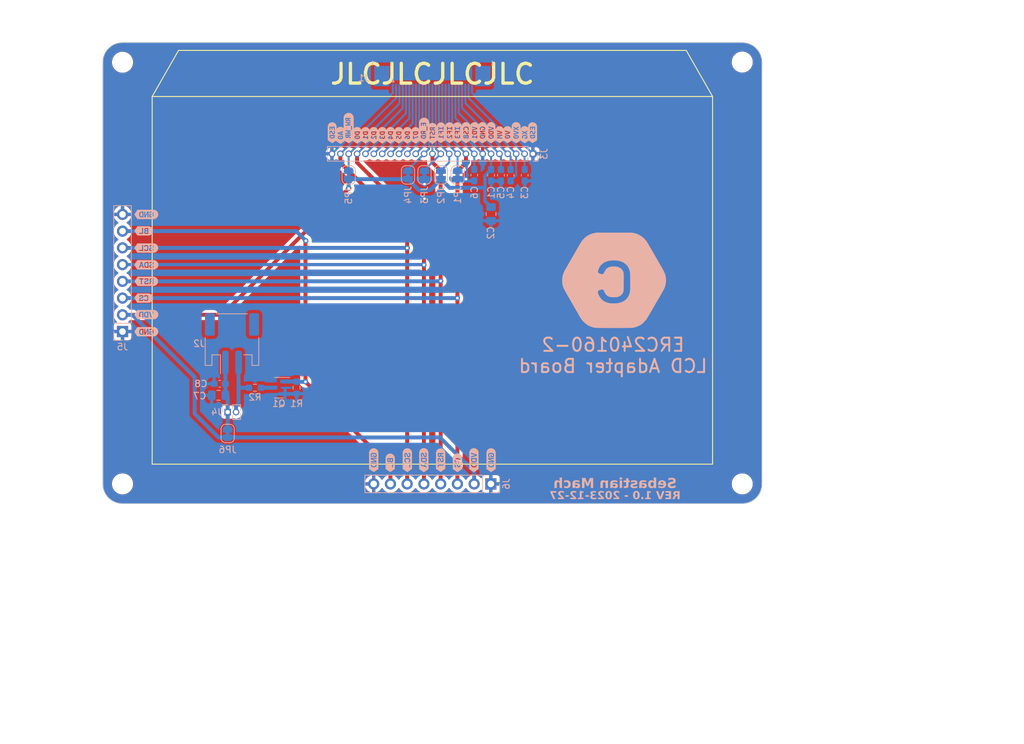
<source format=kicad_pcb>
(kicad_pcb (version 20221018) (generator pcbnew)
  (layers (0 "F.Cu" signal) (31 "B.Cu" signal) (34 "B.Paste" user) (35 "F.Paste" user) (36 "B.SilkS" user "B.Silkscreen") (37 "F.SilkS" user "F.Silkscreen") (38 "B.Mask" user) (39 "F.Mask" user) (44 "Edge.Cuts" user))
  (net 0 "")
  (net 1 "VDD")
  (net 2 "GND")
  (net 3 "XG")
  (net 4 "XV0")
  (net 5 "V0")
  (net 6 "VM")
  (net 7 "VD1")
  (net 8 "CSB")
  (net 9 "IF3")
  (net 10 "IF2")
  (net 11 "IF1")
  (net 12 "RST")
  (net 13 "E_RD")
  (net 14 "D7")
  (net 15 "D6")
  (net 16 "D5")
  (net 17 "D4")
  (net 18 "D3")
  (net 19 "D2")
  (net 20 "D1")
  (net 21 "D0")
  (net 22 "RW_WR")
  (net 23 "A0")
  (net 24 "BL_A")
  (net 25 "BL_K")
  (net 26 "BL_CTRL")
  (net 27 "/BL_K_SW")
  (footprint "MountingHole:MountingHole_2.7mm_M2.5_ISO7380" (layer "F.Cu") (at 95.5 114)
    (fp_text reference "H2" hide)
    (fp_text value "MountingHole" hide)
    (pad "" np_thru_hole circle (at 0 0) (size 2.7 2.7) (drill 2.7) (layers "*.Cu" "*.Mask"))
  )
  (footprint "MountingHole:MountingHole_2.7mm_M2.5_ISO7380" (layer "F.Cu") (at 189.5 114)
    (fp_text reference "H3" hide)
    (fp_text value "MountingHole" hide)
    (pad "" np_thru_hole circle (at 0 0) (size 2.7 2.7) (drill 2.7) (layers "*.Cu" "*.Mask"))
  )
  (footprint "MountingHole:MountingHole_2.7mm_M2.5_ISO7380" (layer "F.Cu") (at 95.5 50)
    (fp_text reference "H1" hide)
    (fp_text value "MountingHole" hide)
    (pad "" np_thru_hole circle (at 0 0) (size 2.7 2.7) (drill 2.7) (layers "*.Cu" "*.Mask"))
  )
  (footprint "MountingHole:MountingHole_2.7mm_M2.5_ISO7380" (layer "F.Cu") (at 189.5 49.9746)
    (fp_text reference "H4" hide)
    (fp_text value "MountingHole" hide)
    (pad "" np_thru_hole circle (at 0 0) (size 2.7 2.7) (drill 2.7) (layers "*.Cu" "*.Mask"))
  )
  (footprint "kibuzzard-658C9D2A" (layer "B.Cu") (at 138.7 61.1 -90)
    (fp_text reference "kibuzzard-658C9D2A" hide)
    (fp_text value "G***" hide)
  )
  (footprint "kibuzzard-658C9D6F" (layer "B.Cu") (at 155.2 60.7 -90)
    (fp_text reference "kibuzzard-658C9D6F" hide)
    (fp_text value "G***" hide)
  )
  (footprint "kibuzzard-658C9D17" (layer "B.Cu") (at 133.6 61.1 -90)
    (fp_text reference "kibuzzard-658C9D17" hide)
    (fp_text value "G***" hide)
  )
  (footprint "kibuzzard-658C9D2F" (layer "B.Cu") (at 139.95 61.1 -90)
    (fp_text reference "kibuzzard-658C9D2F" hide)
    (fp_text value "G***" hide)
  )
  (footprint "kibuzzard-658C9DA9" (layer "B.Cu") (at 157.7 60.7 -90)
    (fp_text reference "kibuzzard-658C9DA9" hide)
    (fp_text value "G***" hide)
  )
  (footprint "Capacitor_SMD:C_0805_2012Metric_Pad1.18x1.45mm_HandSolder" (layer "B.Cu") (at 110.0625 100.55 180)
    (fp_text reference "C7" (at 2.85 -0.1) (layer "B.SilkS") (effects (justify mirror)))
    (fp_text value "10u" hide)
    (pad "1" smd roundrect (at -1.0375 0 180) (size 1.175 1.45) (layers "B.Cu" "B.Paste" "B.Mask") (roundrect_rratio 0.2127659574) (net 24 "BL_A"))
    (pad "2" smd roundrect (at 1.0375 0 180) (size 1.175 1.45) (layers "B.Cu" "B.Paste" "B.Mask") (roundrect_rratio 0.2127659574) (net 2 "GND"))
  )
  (footprint "kibuzzard-658C9B67" (layer "B.Cu") (at 98.7 85.8 180)
    (fp_text reference "kibuzzard-658C9B67" hide)
    (fp_text value "G***" hide)
  )
  (footprint "kibuzzard-658C9D48" (layer "B.Cu") (at 146.3 60.7 -90)
    (fp_text reference "kibuzzard-658C9D48" hide)
    (fp_text value "G***" hide)
  )
  (footprint "kibuzzard-658C9D1B" (layer "B.Cu") (at 134.9 61.1 -90)
    (fp_text reference "kibuzzard-658C9D1B" hide)
    (fp_text value "G***" hide)
  )
  (footprint "LOGO" (layer "B.Cu") (at 170.05 85.126387 180)
    (fp_text reference "G***" hide)
    (fp_text value "LOGO" hide)
  )
  (footprint "Connector_JST:JST_PH_S2B-PH-SM4-TB_1x02-1MP_P2.00mm_Horizontal" (layer "B.Cu") (at 112.1 92.7)
    (fp_text reference "J2" (at -5 0 180) (layer "B.SilkS") (effects (justify mirror)))
    (fp_text value "Backlight")
    (pad "1" smd roundrect (at -1 2.85) (size 1 3.5) (layers "B.Cu" "B.Paste" "B.Mask") (net 24 "BL_A"))
    (pad "2" smd roundrect (at 1 2.85) (size 1 3.5) (layers "B.Cu" "B.Paste" "B.Mask") (net 25 "BL_K"))
    (pad "MP" smd roundrect (at -3.35 -2.9) (size 1.5 3.4) (layers "B.Cu" "B.Paste" "B.Mask") (roundrect_rratio 0.1666673333))
    (pad "MP" smd roundrect (at 3.35 -2.9) (size 1.5 3.4) (layers "B.Cu" "B.Paste" "B.Mask") (roundrect_rratio 0.1666673333))
  )
  (footprint "Connector_FFC-FPC:TE_2-1734839-5_1x25-1MP_P0.5mm_Horizontal" (layer "B.Cu") (at 142.5 52.45)
    (fp_text reference "J1" (at -10.4 -0.05) (layer "B.SilkS") (effects (justify mirror)))
    (fp_text value "LCD ERC240160XX-2")
    (pad "1" smd rect (at -6 1.35) (size 0.3 1.1) (layers "B.Cu" "B.Paste" "B.Mask") (net 2 "GND"))
    (pad "2" smd rect (at -5.5 1.35) (size 0.3 1.1) (layers "B.Cu" "B.Paste" "B.Mask") (net 23 "A0"))
    (pad "3" smd rect (at -5 1.35) (size 0.3 1.1) (layers "B.Cu" "B.Paste" "B.Mask") (net 22 "RW_WR"))
    (pad "4" smd rect (at -4.5 1.35) (size 0.3 1.1) (layers "B.Cu" "B.Paste" "B.Mask") (net 21 "D0"))
    (pad "5" smd rect (at -4 1.35) (size 0.3 1.1) (layers "B.Cu" "B.Paste" "B.Mask") (net 20 "D1"))
    (pad "6" smd rect (at -3.5 1.35) (size 0.3 1.1) (layers "B.Cu" "B.Paste" "B.Mask") (net 19 "D2"))
    (pad "7" smd rect (at -3 1.35) (size 0.3 1.1) (layers "B.Cu" "B.Paste" "B.Mask") (net 18 "D3"))
    (pad "8" smd rect (at -2.5 1.35) (size 0.3 1.1) (layers "B.Cu" "B.Paste" "B.Mask") (net 17 "D4"))
    (pad "9" smd rect (at -2 1.35) (size 0.3 1.1) (layers "B.Cu" "B.Paste" "B.Mask") (net 16 "D5"))
    (pad "10" smd rect (at -1.5 1.35) (size 0.3 1.1) (layers "B.Cu" "B.Paste" "B.Mask") (net 15 "D6"))
    (pad "11" smd rect (at -1 1.35) (size 0.3 1.1) (layers "B.Cu" "B.Paste" "B.Mask") (net 14 "D7"))
    (pad "12" smd rect (at -0.5 1.35) (size 0.3 1.1) (layers "B.Cu" "B.Paste" "B.Mask") (net 13 "E_RD"))
    (pad "13" smd rect (at 0 1.35) (size 0.3 1.1) (layers "B.Cu" "B.Paste" "B.Mask") (net 12 "RST"))
    (pad "14" smd rect (at 0.5 1.35) (size 0.3 1.1) (layers "B.Cu" "B.Paste" "B.Mask") (net 11 "IF1"))
    (pad "15" smd rect (at 1 1.35) (size 0.3 1.1) (layers "B.Cu" "B.Paste" "B.Mask") (net 10 "IF2"))
    (pad "16" smd rect (at 1.5 1.35) (size 0.3 1.1) (layers "B.Cu" "B.Paste" "B.Mask") (net 9 "IF3"))
    (pad "17" smd rect (at 2 1.35) (size 0.3 1.1) (layers "B.Cu" "B.Paste" "B.Mask") (net 8 "CSB"))
    (pad "18" smd rect (at 2.5 1.35) (size 0.3 1.1) (layers "B.Cu" "B.Paste" "B.Mask") (net 7 "VD1"))
    (pad "19" smd rect (at 3 1.35) (size 0.3 1.1) (layers "B.Cu" "B.Paste" "B.Mask") (net 2 "GND"))
    (pad "20" smd rect (at 3.5 1.35) (size 0.3 1.1) (layers "B.Cu" "B.Paste" "B.Mask") (net 1 "VDD"))
    (pad "21" smd rect (at 4 1.35) (size 0.3 1.1) (layers "B.Cu" "B.Paste" "B.Mask") (net 6 "VM"))
    (pad "22" smd rect (at 4.5 1.35) (size 0.3 1.1) (layers "B.Cu" "B.Paste" "B.Mask") (net 5 "V0"))
    (pad "23" smd rect (at 5 1.35) (size 0.3 1.1) (layers "B.Cu" "B.Paste" "B.Mask") (net 4 "XV0"))
    (pad "24" smd rect (at 5.5 1.35) (size 0.3 1.1) (layers "B.Cu" "B.Paste" "B.Mask") (net 3 "XG"))
    (pad "25" smd rect (at 6 1.35) (size 0.3 1.1) (layers "B.Cu" "B.Paste" "B.Mask") (net 2 "GND"))
    (pad "MP" smd rect (at -7.67 -0.35) (size 2.3 3.1) (layers "B.Cu" "B.Paste" "B.Mask"))
    (pad "MP" smd rect (at 7.67 -0.35) (size 2.3 3.1) (layers "B.Cu" "B.Paste" "B.Mask"))
  )
  (footprint "Resistor_SMD:R_0603_1608Metric_Pad0.98x0.95mm_HandSolder" (layer "B.Cu") (at 121.9 99.4 -90)
    (fp_text reference "R1" (at 2.4 0 -180) (layer "B.SilkS") (effects (justify mirror)))
    (fp_text value "10k" hide)
    (pad "1" smd roundrect (at -0.9125 0 270) (size 0.975 0.95) (layers "B.Cu" "B.Paste" "B.Mask") (net 26 "BL_CTRL"))
    (pad "2" smd roundrect (at 0.9125 0 270) (size 0.975 0.95) (layers "B.Cu" "B.Paste" "B.Mask") (net 2 "GND"))
  )
  (footprint "kibuzzard-658C9B5D" (layer "B.Cu") (at 141.2 110.4 -90)
    (fp_text reference "kibuzzard-658C9B5D" hide)
    (fp_text value "G***" hide)
  )
  (footprint "Resistor_SMD:R_0603_1608Metric_Pad0.98x0.95mm_HandSolder" (layer "B.Cu") (at 115.5875 99.4)
    (fp_text reference "R2" (at 0 1.43) (layer "B.SilkS") (effects (justify mirror)))
    (fp_text value "20" hide)
    (pad "1" smd roundrect (at -0.9125 0) (size 0.975 0.95) (layers "B.Cu" "B.Paste" "B.Mask") (net 25 "BL_K"))
    (pad "2" smd roundrect (at 0.9125 0) (size 0.975 0.95) (layers "B.Cu" "B.Paste" "B.Mask") (net 27 "/BL_K_SW"))
  )
  (footprint "kibuzzard-658C9D6A" (layer "B.Cu") (at 153.9 61 -90)
    (fp_text reference "kibuzzard-658C9D6A" hide)
    (fp_text value "G***" hide)
  )
  (footprint "Connector_PinHeader_1.27mm:PinHeader_1x25_P1.27mm_Vertical" (layer "B.Cu") (at 157.75 63.9 90)
    (fp_text reference "J3" (at 0 1.695 90) (layer "B.SilkS") (effects (justify mirror)))
    (fp_text value "LCD Debug" hide)
    (pad "1" thru_hole rect (at 0 0 90) (size 1 1) (drill 0.65) (layers "*.Cu" "*.Mask") (net 2 "GND"))
    (pad "2" thru_hole oval (at 0 -1.27 90) (size 1 1) (drill 0.65) (layers "*.Cu" "*.Mask") (net 3 "XG"))
    (pad "3" thru_hole oval (at 0 -2.54 90) (size 1 1) (drill 0.65) (layers "*.Cu" "*.Mask") (net 4 "XV0"))
    (pad "4" thru_hole oval (at 0 -3.81 90) (size 1 1) (drill 0.65) (layers "*.Cu" "*.Mask") (net 5 "V0"))
    (pad "5" thru_hole oval (at 0 -5.08 90) (size 1 1) (drill 0.65) (layers "*.Cu" "*.Mask") (net 6 "VM"))
    (pad "6" thru_hole oval (at 0 -6.35 90) (size 1 1) (drill 0.65) (layers "*.Cu" "*.Mask") (net 1 "VDD"))
    (pad "7" thru_hole oval (at 0 -7.62 90) (size 1 1) (drill 0.65) (layers "*.Cu" "*.Mask") (net 2 "GND"))
    (pad "8" thru_hole oval (at 0 -8.89 90) (size 1 1) (drill 0.65) (layers "*.Cu" "*.Mask") (net 7 "VD1"))
    (pad "9" thru_hole oval (at 0 -10.16 90) (size 1 1) (drill 0.65) (layers "*.Cu" "*.Mask") (net 8 "CSB"))
    (pad "10" thru_hole oval (at 0 -11.43 90) (size 1 1) (drill 0.65) (layers "*.Cu" "*.Mask") (net 9 "IF3"))
    (pad "11" thru_hole oval (at 0 -12.7 90) (size 1 1) (drill 0.65) (layers "*.Cu" "*.Mask") (net 10 "IF2"))
    (pad "12" thru_hole oval (at 0 -13.97 90) (size 1 1) (drill 0.65) (layers "*.Cu" "*.Mask") (net 11 "IF1"))
    (pad "13" thru_hole oval (at 0 -15.24 90) (size 1 1) (drill 0.65) (layers "*.Cu" "*.Mask") (net 12 "RST"))
    (pad "14" thru_hole oval (at 0 -16.51 90) (size 1 1) (drill 0.65) (layers "*.Cu" "*.Mask") (net 13 "E_RD"))
    (pad "15" thru_hole oval (at 0 -17.78 90) (size 1 1) (drill 0.65) (layers "*.Cu" "*.Mask") (net 14 "D7"))
    (pad "16" thru_hole oval (at 0 -19.05 90) (size 1 1) (drill 0.65) (layers "*.Cu" "*.Mask") (net 15 "D6"))
    (pad "17" thru_hole oval (at 0 -20.32 90) (size 1 1) (drill 0.65) (layers "*.Cu" "*.Mask") (net 16 "D5"))
    (pad "18" thru_hole oval (at 0 -21.59 90) (size 1 1) (drill 0.65) (layers "*.Cu" "*.Mask") (net 17 "D4"))
    (pad "19" thru_hole oval (at 0 -22.86 90) (size 1 1) (drill 0.65) (layers "*.Cu" "*.Mask") (net 18 "D3"))
    (pad "20" thru_hole oval (at 0 -24.13 90) (size 1 1) (drill 0.65) (layers "*.Cu" "*.Mask") (net 19 "D2"))
    (pad "21" thru_hole oval (at 0 -25.4 90) (size 1 1) (drill 0.65) (layers "*.Cu" "*.Mask") (net 20 "D1"))
    (pad "22" thru_hole oval (at 0 -26.67 90) (size 1 1) (drill 0.65) (layers "*.Cu" "*.Mask") (net 21 "D0"))
    (pad "23" thru_hole oval (at 0 -27.94 90) (size 1 1) (drill 0.65) (layers "*.Cu" "*.Mask") (net 22 "RW_WR"))
    (pad "24" thru_hole oval (at 0 -29.21 90) (size 1 1) (drill 0.65) (layers "*.Cu" "*.Mask") (net 23 "A0"))
    (pad "25" thru_hole oval (at 0 -30.48 90) (size 1 1) (drill 0.65) (layers "*.Cu" "*.Mask") (net 2 "GND"))
  )
  (footprint "Connector_PinHeader_2.54mm:PinHeader_1x08_P2.54mm_Vertical" (layer "B.Cu") (at 95.5 90.875)
    (fp_text reference "J5" (at 0 2.33) (layer "B.SilkS") (effects (justify mirror)))
    (fp_text value "Left" hide)
    (pad "1" thru_hole rect (at 0 0) (size 1.7 1.7) (drill 1) (layers "*.Cu" "*.Mask") (net 2 "GND"))
    (pad "2" thru_hole oval (at 0 -2.54) (size 1.7 1.7) (drill 1) (layers "*.Cu" "*.Mask") (net 1 "VDD"))
    (pad "3" thru_hole oval (at 0 -5.08) (size 1.7 1.7) (drill 1) (layers "*.Cu" "*.Mask") (net 8 "CSB"))
    (pad "4" thru_hole oval (at 0 -7.62) (size 1.7 1.7) (drill 1) (layers "*.Cu" "*.Mask") (net 12 "RST"))
    (pad "5" thru_hole oval (at 0 -10.16) (size 1.7 1.7) (drill 1) (layers "*.Cu" "*.Mask") (net 21 "D0"))
    (pad "6" thru_hole oval (at 0 -12.7) (size 1.7 1.7) (drill 1) (layers "*.Cu" "*.Mask") (net 23 "A0"))
    (pad "7" thru_hole oval (at 0 -15.24) (size 1.7 1.7) (drill 1) (layers "*.Cu" "*.Mask") (net 26 "BL_CTRL"))
    (pad "8" thru_hole oval (at 0 -17.78) (size 1.7 1.7) (drill 1) (layers "*.Cu" "*.Mask") (net 2 "GND"))
  )
  (footprint "Jumper:SolderJumper-2_P1.3mm_Bridged_RoundedPad1.0x1.5mm" (layer "B.Cu") (at 146.325 67.1 90)
    (fp_text reference "JP1" (at -3.05 0 90) (layer "B.SilkS") (effects (justify mirror)))
    (fp_text value "JP_IF3" hide)
    (fp_poly (pts (xy 0.25 0.3) (xy -0.25 0.3) (xy -0.25 -0.3) (xy 0.25 -0.3)) (fill solid) (layer "B.Cu"))
    (pad "1" smd custom (at -0.65 0 90) (size 1 0.5) (layers "B.Cu" "B.Mask") (net 2 "GND") (options (clearance outline) (anchor rect)) (primitives (gr_circle (center 0 -0.25) (end 0.5 -0.25) (width 0) (fill yes)) (gr_circle (center 0 0.25) (end 0.5 0.25) (width 0) (fill yes)) (gr_poly (pts (xy 0.5 -0.75) (xy 0 -0.75) (xy 0 0.75) (xy 0.5 0.75)) (width 0) (fill yes))))
    (pad "2" smd custom (at 0.65 0 90) (size 1 0.5) (layers "B.Cu" "B.Mask") (net 9 "IF3") (options (clearance outline) (anchor rect)) (primitives (gr_circle (center 0 -0.25) (end 0.5 -0.25) (width 0) (fill yes)) (gr_circle (center 0 0.25) (end 0.5 0.25) (width 0) (fill yes)) (gr_poly (pts (xy 0 -0.75) (xy -0.5 -0.75) (xy -0.5 0.75) (xy 0 0.75)) (width 0) (fill yes))))
  )
  (footprint "kibuzzard-658C9B6D" (layer "B.Cu") (at 138.7 110.4 -90)
    (fp_text reference "kibuzzard-658C9B6D" hide)
    (fp_text value "G***" hide)
  )
  (footprint "Capacitor_SMD:C_0603_1608Metric_Pad1.08x0.95mm_HandSolder" (layer "B.Cu") (at 151.4 67.15 -90)
    (fp_text reference "C1" (at 2.625 -0.025 90) (layer "B.SilkS") (effects (justify mirror)))
    (fp_text value "0.1u" hide)
    (pad "1" smd roundrect (at -0.8625 0 270) (size 1.075 0.95) (layers "B.Cu" "B.Paste" "B.Mask") (net 1 "VDD"))
    (pad "2" smd roundrect (at 0.8625 0 270) (size 1.075 0.95) (layers "B.Cu" "B.Paste" "B.Mask") (net 2 "GND"))
  )
  (footprint "kibuzzard-658C9D26" (layer "B.Cu") (at 137.4 61.1 -90)
    (fp_text reference "kibuzzard-658C9D26" hide)
    (fp_text value "G***" hide)
  )
  (footprint "kibuzzard-658C9D60" (layer "B.Cu") (at 151.4 60.7 -90)
    (fp_text reference "kibuzzard-658C9D60" hide)
    (fp_text value "G***" hide)
  )
  (footprint "Capacitor_SMD:C_0603_1608Metric_Pad1.08x0.95mm_HandSolder" (layer "B.Cu") (at 148.85 67.125 -90)
    (fp_text reference "C6" (at 2.65 -0.025 90) (layer "B.SilkS") (effects (justify mirror)))
    (fp_text value "0.1u" hide)
    (pad "1" smd roundrect (at -0.8625 0 270) (size 1.075 0.95) (layers "B.Cu" "B.Paste" "B.Mask") (net 7 "VD1"))
    (pad "2" smd roundrect (at 0.8625 0 270) (size 1.075 0.95) (layers "B.Cu" "B.Paste" "B.Mask") (net 2 "GND"))
  )
  (footprint "Capacitor_SMD:C_0805_2012Metric_Pad1.18x1.45mm_HandSolder" (layer "B.Cu") (at 151.4 73.025 -90)
    (fp_text reference "C2" (at 2.875 0.05 90) (layer "B.SilkS") (effects (justify mirror)))
    (fp_text value "10u" hide)
    (pad "1" smd roundrect (at -1.0375 0 270) (size 1.175 1.45) (layers "B.Cu" "B.Paste" "B.Mask") (roundrect_rratio 0.2127659574) (net 1 "VDD"))
    (pad "2" smd roundrect (at 1.0375 0 270) (size 1.175 1.45) (layers "B.Cu" "B.Paste" "B.Mask") (roundrect_rratio 0.2127659574) (net 2 "GND"))
  )
  (footprint "kibuzzard-658C9B71" (layer "B.Cu") (at 99.1 88.3 180)
    (fp_text reference "kibuzzard-658C9B71" hide)
    (fp_text value "G***" hide)
  )
  (footprint "kibuzzard-658C9B20" (layer "B.Cu") (at 99.1 90.9 180)
    (fp_text reference "kibuzzard-658C9B20" hide)
    (fp_text value "G***" hide)
  )
  (footprint "kibuzzard-658C9D34" (layer "B.Cu") (at 141.25 60.4 -90)
    (fp_text reference "kibuzzard-658C9D34" hide)
    (fp_text value "G***" hide)
  )
  (footprint "kibuzzard-658C9D76" (layer "B.Cu") (at 156.5 61 -90)
    (fp_text reference "kibuzzard-658C9D76" hide)
    (fp_text value "G***" hide)
  )
  (footprint "Capacitor_SMD:C_0603_1608Metric_Pad1.08x0.95mm_HandSolder" (layer "B.Cu") (at 156.5 67.15 -90)
    (fp_text reference "C3" (at 2.625 0 90) (layer "B.SilkS") (effects (justify mirror)))
    (fp_text value "1u" hide)
    (pad "1" smd roundrect (at -0.8625 0 270) (size 1.075 0.95) (layers "B.Cu" "B.Paste" "B.Mask") (net 3 "XG"))
    (pad "2" smd roundrect (at 0.8625 0 270) (size 1.075 0.95) (layers "B.Cu" "B.Paste" "B.Mask") (net 2 "GND"))
  )
  (footprint "kibuzzard-658C9B6D" (layer "B.Cu") (at 99.1 78.2 180)
    (fp_text reference "kibuzzard-658C9B6D" hide)
    (fp_text value "G***" hide)
  )
  (footprint "Connector_PinHeader_2.54mm:PinHeader_1x08_P2.54mm_Vertical" (layer "B.Cu") (at 151.375 114 90)
    (fp_text reference "J6" (at 0 2.33 90) (layer "B.SilkS") (effects (justify mirror)))
    (fp_text value "Bottom" hide)
    (pad "1" thru_hole rect (at 0 0 90) (size 1.7 1.7) (drill 1) (layers "*.Cu" "*.Mask") (net 2 "GND"))
    (pad "2" thru_hole oval (at 0 -2.54 90) (size 1.7 1.7) (drill 1) (layers "*.Cu" "*.Mask") (net 1 "VDD"))
    (pad "3" thru_hole oval (at 0 -5.08 90) (size 1.7 1.7) (drill 1) (layers "*.Cu" "*.Mask") (net 8 "CSB"))
    (pad "4" thru_hole oval (at 0 -7.62 90) (size 1.7 1.7) (drill 1) (layers "*.Cu" "*.Mask") (net 12 "RST"))
    (pad "5" thru_hole oval (at 0 -10.16 90) (size 1.7 1.7) (drill 1) (layers "*.Cu" "*.Mask") (net 21 "D0"))
    (pad "6" thru_hole oval (at 0 -12.7 90) (size 1.7 1.7) (drill 1) (layers "*.Cu" "*.Mask") (net 23 "A0"))
    (pad "7" thru_hole oval (at 0 -15.24 90) (size 1.7 1.7) (drill 1) (layers "*.Cu" "*.Mask") (net 26 "BL_CTRL"))
    (pad "8" thru_hole oval (at 0 -17.78 90) (size 1.7 1.7) (drill 1) (layers "*.Cu" "*.Mask") (net 2 "GND"))
  )
  (footprint "kibuzzard-658C9D14" (layer "B.Cu") (at 132.35 61.1 -90)
    (fp_text reference "kibuzzard-658C9D14" hide)
    (fp_text value "G***" hide)
  )
  (footprint "kibuzzard-658C9D39" (layer "B.Cu") (at 142.5 60.8 -90)
    (fp_text reference "kibuzzard-658C9D39" hide)
    (fp_text value "G***" hide)
  )
  (footprint "Jumper:SolderJumper-2_P1.3mm_Bridged_RoundedPad1.0x1.5mm" (layer "B.Cu") (at 138.8 67.1 90)
    (fp_text reference "JP4" (at -3.05 0 90) (layer "B.SilkS") (effects (justify mirror)))
    (fp_text value "JP_E_RD" hide)
    (fp_poly (pts (xy 0.25 0.3) (xy -0.25 0.3) (xy -0.25 -0.3) (xy 0.25 -0.3)) (fill solid) (layer "B.Cu"))
    (pad "1" smd custom (at -0.65 0 90) (size 1 0.5) (layers "B.Cu" "B.Mask") (net 1 "VDD") (options (clearance outline) (anchor rect)) (primitives (gr_circle (center 0 -0.25) (end 0.5 -0.25) (width 0) (fill yes)) (gr_circle (center 0 0.25) (end 0.5 0.25) (width 0) (fill yes)) (gr_poly (pts (xy 0.5 -0.75) (xy 0 -0.75) (xy 0 0.75) (xy 0.5 0.75)) (width 0) (fill yes))))
    (pad "2" smd custom (at 0.65 0 90) (size 1 0.5) (layers "B.Cu" "B.Mask") (net 13 "E_RD") (options (clearance outline) (anchor rect)) (primitives (gr_circle (center 0 -0.25) (end 0.5 -0.25) (width 0) (fill yes)) (gr_circle (center 0 0.25) (end 0.5 0.25) (width 0) (fill yes)) (gr_poly (pts (xy 0 -0.75) (xy -0.5 -0.75) (xy -0.5 0.75) (xy 0 0.75)) (width 0) (fill yes))))
  )
  (footprint "Jumper:SolderJumper-2_P1.3mm_Bridged_RoundedPad1.0x1.5mm" (layer "B.Cu") (at 143.8 67.1 90)
    (fp_text reference "JP2" (at -3.05 0 90) (layer "B.SilkS") (effects (justify mirror)))
    (fp_text value "JP_IF2" hide)
    (fp_poly (pts (xy 0.25 0.3) (xy -0.25 0.3) (xy -0.25 -0.3) (xy 0.25 -0.3)) (fill solid) (layer "B.Cu"))
    (pad "1" smd custom (at -0.65 0 90) (size 1 0.5) (layers "B.Cu" "B.Mask") (net 1 "VDD") (options (clearance outline) (anchor rect)) (primitives (gr_circle (center 0 -0.25) (end 0.5 -0.25) (width 0) (fill yes)) (gr_circle (center 0 0.25) (end 0.5 0.25) (width 0) (fill yes)) (gr_poly (pts (xy 0.5 -0.75) (xy 0 -0.75) (xy 0 0.75) (xy 0.5 0.75)) (width 0) (fill yes))))
    (pad "2" smd custom (at 0.65 0 90) (size 1 0.5) (layers "B.Cu" "B.Mask") (net 10 "IF2") (options (clearance outline) (anchor rect)) (primitives (gr_circle (center 0 -0.25) (end 0.5 -0.25) (width 0) (fill yes)) (gr_circle (center 0 0.25) (end 0.5 0.25) (width 0) (fill yes)) (gr_poly (pts (xy 0 -0.75) (xy -0.5 -0.75) (xy -0.5 0.75) (xy 0 0.75)) (width 0) (fill yes))))
  )
  (footprint "Jumper:SolderJumper-2_P1.3mm_Bridged_RoundedPad1.0x1.5mm" (layer "B.Cu") (at 141.3 67.1 90)
    (fp_text reference "JP3" (at -3.05 0 90) (layer "B.SilkS") (effects (justify mirror)))
    (fp_text value "JP_IF1" hide)
    (fp_poly (pts (xy 0.25 0.3) (xy -0.25 0.3) (xy -0.25 -0.3) (xy 0.25 -0.3)) (fill solid) (layer "B.Cu"))
    (pad "1" smd custom (at -0.65 0 90) (size 1 0.5) (layers "B.Cu" "B.Mask") (net 2 "GND") (options (clearance outline) (anchor rect)) (primitives (gr_circle (center 0 -0.25) (end 0.5 -0.25) (width 0) (fill yes)) (gr_circle (center 0 0.25) (end 0.5 0.25) (width 0) (fill yes)) (gr_poly (pts (xy 0.5 -0.75) (xy 0 -0.75) (xy 0 0.75) (xy 0.5 0.75)) (width 0) (fill yes))))
    (pad "2" smd custom (at 0.65 0 90) (size 1 0.5) (layers "B.Cu" "B.Mask") (net 11 "IF1") (options (clearance outline) (anchor rect)) (primitives (gr_circle (center 0 -0.25) (end 0.5 -0.25) (width 0) (fill yes)) (gr_circle (center 0 0.25) (end 0.5 0.25) (width 0) (fill yes)) (gr_poly (pts (xy 0 -0.75) (xy -0.5 -0.75) (xy -0.5 0.75) (xy 0 0.75)) (width 0) (fill yes))))
  )
  (footprint "Package_TO_SOT_SMD:SOT-23" (layer "B.Cu") (at 119.2 99.4 180)
    (fp_text reference "Q1" (at 0 -2.4) (layer "B.SilkS") (effects (justify mirror)))
    (fp_text value "2N7002" hide)
    (pad "1" smd roundrect (at -0.9375 0.95 180) (size 1.475 0.6) (layers "B.Cu" "B.Paste" "B.Mask") (net 26 "BL_CTRL"))
    (pad "2" smd roundrect (at -0.9375 -0.95 180) (size 1.475 0.6) (layers "B.Cu" "B.Paste" "B.Mask") (net 2 "GND"))
    (pad "3" smd roundrect (at 0.9375 0 180) (size 1.475 0.6) (layers "B.Cu" "B.Paste" "B.Mask") (net 27 "/BL_K_SW"))
  )
  (footprint "kibuzzard-658C9B55" (layer "B.Cu") (at 99.1 83.25 180)
    (fp_text reference "kibuzzard-658C9B55" hide)
    (fp_text value "G***" hide)
  )
  (footprint "Jumper:SolderJumper-2_P1.3mm_Bridged_RoundedPad1.0x1.5mm" (layer "B.Cu") (at 111.45 106.35 90)
    (fp_text reference "JP6" (at -2.45 0 180) (layer "B.SilkS") (effects (justify mirror)))
    (fp_text value "JP_RW_WR" hide)
    (fp_poly (pts (xy 0.25 0.3) (xy -0.25 0.3) (xy -0.25 -0.3) (xy 0.25 -0.3)) (fill solid) (layer "B.Cu"))
    (pad "1" smd custom (at -0.65 0 90) (size 1 0.5) (layers "B.Cu" "B.Mask") (net 1 "VDD") (options (clearance outline) (anchor rect)) (primitives (gr_circle (center 0 -0.25) (end 0.5 -0.25) (width 0) (fill yes)) (gr_circle (center 0 0.25) (end 0.5 0.25) (width 0) (fill yes)) (gr_poly (pts (xy 0.5 -0.75) (xy 0 -0.75) (xy 0 0.75) (xy 0.5 0.75)) (width 0) (fill yes))))
    (pad "2" smd custom (at 0.65 0 90) (size 1 0.5) (layers "B.Cu" "B.Mask") (net 24 "BL_A") (options (clearance outline) (anchor rect)) (primitives (gr_circle (center 0 -0.25) (end 0.5 -0.25) (width 0) (fill yes)) (gr_circle (center 0 0.25) (end 0.5 0.25) (width 0) (fill yes)) (gr_poly (pts (xy 0 -0.75) (xy -0.5 -0.75) (xy -0.5 0.75) (xy 0 0.75)) (width 0) (fill yes))))
  )
  (footprint "Jumper:SolderJumper-2_P1.3mm_Bridged_RoundedPad1.0x1.5mm" (layer "B.Cu") (at 129.8 67.1 90)
    (fp_text reference "JP5" (at -3.1 0 90) (layer "B.SilkS") (effects (justify mirror)))
    (fp_text value "JP_RW_WR" hide)
    (fp_poly (pts (xy 0.25 0.3) (xy -0.25 0.3) (xy -0.25 -0.3) (xy 0.25 -0.3)) (fill solid) (layer "B.Cu"))
    (pad "1" smd custom (at -0.65 0 90) (size 1 0.5) (layers "B.Cu" "B.Mask") (net 1 "VDD") (options (clearance outline) (anchor rect)) (primitives (gr_circle (center 0 -0.25) (end 0.5 -0.25) (width 0) (fill yes)) (gr_circle (center 0 0.25) (end 0.5 0.25) (width 0) (fill yes)) (gr_poly (pts (xy 0.5 -0.75) (xy 0 -0.75) (xy 0 0.75) (xy 0.5 0.75)) (width 0) (fill yes))))
    (pad "2" smd custom (at 0.65 0 90) (size 1 0.5) (layers "B.Cu" "B.Mask") (net 22 "RW_WR") (options (clearance outline) (anchor rect)) (primitives (gr_circle (center 0 -0.25) (end 0.5 -0.25) (width 0) (fill yes)) (gr_circle (center 0 0.25) (end 0.5 0.25) (width 0) (fill yes)) (gr_poly (pts (xy 0 -0.75) (xy -0.5 -0.75) (xy -0.5 0.75) (xy 0 0.75)) (width 0) (fill yes))))
  )
  (footprint "kibuzzard-658C9D0B" (layer "B.Cu") (at 129.8 60 -90)
    (fp_text reference "kibuzzard-658C9D0B" hide)
    (fp_text value "G***" hide)
  )
  (footprint "kibuzzard-658C9B55" (layer "B.Cu") (at 143.75 110.4 -90)
    (fp_text reference "kibuzzard-658C9B55" hide)
    (fp_text value "G***" hide)
  )
  (footprint "kibuzzard-658C9D3E" (layer "B.Cu") (at 143.8 60.7 -90)
    (fp_text reference "kibuzzard-658C9D3E" hide)
    (fp_text value "G***" hide)
  )
  (footprint "Capacitor_SMD:C_0603_1608Metric_Pad1.08x0.95mm_HandSolder" (layer "B.Cu") (at 152.9 67.15 -90)
    (fp_text reference "C5" (at 2.625 0 90) (layer "B.SilkS") (effects (justify mirror)))
    (fp_text value "1u" hide)
    (pad "1" smd roundrect (at -0.8625 0 270) (size 1.075 0.95) (layers "B.Cu" "B.Paste" "B.Mask") (net 6 "VM"))
    (pad "2" smd roundrect (at 0.8625 0 270) (size 1.075 0.95) (layers "B.Cu" "B.Paste" "B.Mask") (net 2 "GND"))
  )
  (footprint "Capacitor_SMD:C_0603_1608Metric_Pad1.08x0.95mm_HandSolder" (layer "B.Cu") (at 110.2375 98.8 180)
    (fp_text reference "C8" (at 2.85 0) (layer "B.SilkS") (effects (justify mirror)))
    (fp_text value "0.1u" hide)
    (pad "1" smd roundrect (at -0.8625 0 180) (size 1.075 0.95) (layers "B.Cu" "B.Paste" "B.Mask") (net 24 "BL_A"))
    (pad "2" smd roundrect (at 0.8625 0 180) (size 1.075 0.95) (layers "B.Cu" "B.Paste" "B.Mask") (net 2 "GND"))
  )
  (footprint "kibuzzard-658C9B20" (layer "B.Cu") (at 99.1 73.1 180)
    (fp_text reference "kibuzzard-658C9B20" hide)
    (fp_text value "G***" hide)
  )
  (footprint "kibuzzard-658C9B5D" (layer "B.Cu") (at 99.1 80.75 180)
    (fp_text reference "kibuzzard-658C9B5D" hide)
    (fp_text value "G***" hide)
  )
  (footprint "kibuzzard-658C9DA4" (layer "B.Cu") (at 127.3 60.7 -90)
    (fp_text reference "kibuzzard-658C9DA4" hide)
    (fp_text value "G***" hide)
  )
  (footprint "kibuzzard-658C9D05" (layer "B.Cu") (at 128.55 61.1 -90)
    (fp_text reference "kibuzzard-658C9D05" hide)
    (fp_text value "G***" hide)
  )
  (footprint "kibuzzard-658C9B71" (layer "B.Cu") (at 148.8 110.4 -90)
    (fp_text reference "kibuzzard-658C9B71" hide)
    (fp_text value "G***" hide)
  )
  (footprint "kibuzzard-658C9D10" (layer "B.Cu") (at 131.1 61.1 -90)
    (fp_text reference "kibuzzard-658C9D10" hide)
    (fp_text value "G***" hide)
  )
  (footprint "kibuzzard-658C9D52" (layer "B.Cu") (at 147.6 60.7 -90)
    (fp_text reference "kibuzzard-658C9D52" hide)
    (fp_text value "G***" hide)
  )
  (footprint "kibuzzard-658C9B20" (layer "B.Cu") (at 133.6 110.4 -90)
    (fp_text reference "kibuzzard-658C9B20" hide)
    (fp_text value "G***" hide)
  )
  (footprint "kibuzzard-658C9B93" (layer "B.Cu") (at 98.7 75.6 180)
    (fp_text reference "kibuzzard-658C9B93" hide)
    (fp_text value "G***" hide)
  )
  (footprint "kibuzzard-658C9B67" (layer "B.Cu") (at 146.3 110.8 -90)
    (fp_text reference "kibuzzard-658C9B67" hide)
    (fp_text value "G***" hide)
  )
  (footprint "kibuzzard-658C9D64" (layer "B.Cu") (at 152.7 61 -90)
    (fp_text reference "kibuzzard-658C9D64" hide)
    (fp_text value "G***" hide)
  )
  (footprint "kibuzzard-658C9D44" (layer "B.Cu") (at 145.1 60.7 -90)
    (fp_text reference "kibuzzard-658C9D44" hide)
    (fp_text value "G***" hide)
  )
  (footprint "kibuzzard-658C9B20" (layer "B.Cu") (at 151.4 110.4 -90)
    (fp_text reference "kibuzzard-658C9B20" hide)
    (fp_text value "G***" hide)
  )
  (footprint "Connector_PinHeader_1.27mm:PinHeader_1x02_P1.27mm_Vertical" (layer "B.Cu") (at 111.45 103.1 -90)
    (fp_text reference "J4" (at 0 1.65) (layer "B.SilkS") (effects (justify mirror)))
    (fp_text value "Backlight Debug" hide)
    (pad "1" thru_hole rect (at 0 0 270) (size 1 1) (drill 0.65) (layers "*.Cu" "*.Mask") (net 24 "BL_A"))
    (pad "2" thru_hole oval (at 0 -1.27 270) (size 1 1) (drill 0.65) (layers "*.Cu" "*.Mask") (net 25 "BL_K"))
  )
  (footprint "Capacitor_SMD:C_0603_1608Metric_Pad1.08x0.95mm_HandSolder" (layer "B.Cu") (at 154.375 67.15 90)
    (fp_text reference "C4" (at -2.625 0 90) (layer "B.SilkS") (effects (justify mirror)))
    (fp_text value "1u" hide)
    (pad "1" smd roundrect (at -0.8625 0 90) (size 1.075 0.95) (layers "B.Cu" "B.Paste" "B.Mask") (net 4 "XV0"))
    (pad "2" smd roundrect (at 0.8625 0 90) (size 1.075 0.95) (layers "B.Cu" "B.Paste" "B.Mask") (net 5 "V0"))
  )
  (footprint "kibuzzard-658C9D5A" (layer "B.Cu") (at 148.9 60.7 -90)
    (fp_text reference "kibuzzard-658C9D5A" hide)
    (fp_text value "G***" hide)
  )
  (footprint "kibuzzard-658C9CD2" (layer "B.Cu") (at 150.1 60.7 -90)
    (fp_text reference "kibuzzard-658C9CD2" hide)
    (fp_text value "G***" hide)
  )
  (footprint "kibuzzard-658C9D20" (layer "B.Cu") (at 136.15 61.1 -90)
    (fp_text reference "kibuzzard-658C9D20" hide)
    (fp_text value "G***" hide)
  )
  (footprint "kibuzzard-658C9B93" (layer "B.Cu") (at 136.1 110.8 -90)
    (fp_text reference "kibuzzard-658C9B93" hide)
    (fp_text value "G***" hide)
  )
  (gr_line (start 100 55.2) (end 100 111) (stroke (width 0.15)) (layer "F.SilkS"))
  (gr_line (start 104 48.2) (end 100 55.2) (stroke (width 0.15)) (layer "F.SilkS"))
  (gr_line (start 185 111) (end 185 55.2) (stroke (width 0.15)) (layer "F.SilkS"))
  (gr_line (start 100 111) (end 185 111) (stroke (width 0.15)) (layer "F.SilkS"))
  (gr_line (start 104 48.2) (end 181 48.2) (stroke (width 0.15)) (layer "F.SilkS"))
  (gr_line (start 185 55.2) (end 181 48.2) (stroke (width 0.15)) (layer "F.SilkS"))
  (gr_line (start 100 55.2) (end 185 55.2) (stroke (width 0.15)) (layer "F.SilkS"))
  (gr_line (start 92.5 50) (end 92.5 114) (stroke (width 0.1)) (layer "Edge.Cuts"))
  (gr_arc (start 189.5 47) (mid 191.62132 47.87868) (end 192.5 50) (stroke (width 0.1)) (layer "Edge.Cuts"))
  (gr_arc (start 192.5 114) (mid 191.62132 116.12132) (end 189.5 117) (stroke (width 0.1)) (layer "Edge.Cuts"))
  (gr_line (start 189.5 117) (end 95.5 117) (stroke (width 0.1)) (layer "Edge.Cuts"))
  (gr_arc (start 92.5 50) (mid 93.37868 47.87868) (end 95.5 47) (stroke (width 0.1)) (layer "Edge.Cuts"))
  (gr_line (start 192.5 50) (end 192.5 114) (stroke (width 0.1)) (layer "Edge.Cuts"))
  (gr_line (start 189.5 47) (end 95.5 47) (stroke (width 0.1)) (layer "Edge.Cuts"))
  (gr_arc (start 95.5 117) (mid 93.37868 116.12132) (end 92.5 114) (stroke (width 0.1)) (layer "Edge.Cuts"))
  (gr_text "Sebastian Mach" (at 170.2 114) (layer "B.SilkS") (effects (font (size 1.5 1.5) (thickness 0.24) bold) (justify mirror)))
  (gr_text "ERC240160-2\nLCD Adapter Board" (at 169.9 94.5) (layer "B.SilkS") (effects (font (size 2 2) (thickness 0.3)) (justify mirror)))
  (gr_text "REV 1.0 - 2023-12-27" (at 170.2 115.815) (layer "B.SilkS") (effects (font (size 1.2 1.2)) (justify mirror)))
  (gr_text "JLCJLCJLCJLC" (at 142.5 51.8) (layer "F.SilkS") (effects (font (size 3 3) (thickness 0.5) bold)))
  (segment (start 110.54 88.335) (end 95.5 88.335) (width 0.6) (layer "F.Cu") (net 1))
  (segment (start 110.54 88.335) (end 110.615 88.335) (width 0.6) (layer "F.Cu") (net 1))
  (segment (start 110.615 88.335) (end 129.8 69.15) (width 0.6) (layer "F.Cu") (net 1))
  (via (at 129.8 69.15) (size 0.8) (drill 0.4) (layers "F.Cu" "B.Cu") (net 1))
  (segment (start 142.15 69.4) (end 143.8 67.75) (width 0.6) (layer "B.Cu") (net 1))
  (segment (start 96.985 88.335) (end 95.5 88.335) (width 0.6) (layer "B.Cu") (net 1))
  (segment (start 129.8 69.15) (end 129.8 67.75) (width 0.6) (layer "B.Cu") (net 1))
  (segment (start 143.65 106.95) (end 110.05 106.95) (width 0.6) (layer "B.Cu") (net 1))
  (segment (start 140.45 69.4) (end 142.15 69.4) (width 0.6) (layer "B.Cu") (net 1))
  (segment (start 148.835 112.135) (end 143.65 106.95) (width 0.6) (layer "B.Cu") (net 1))
  (segment (start 151.4 63.9) (end 151.4 66.2875) (width 0.3) (layer "B.Cu") (net 1))
  (segment (start 129.8 67.75) (end 138.8 67.75) (width 0.6) (layer "B.Cu") (net 1))
  (segment (start 106.45 97.8) (end 96.985 88.335) (width 0.6) (layer "B.Cu") (net 1))
  (segment (start 151.4 71.9875) (end 150.475 71.0625) (width 0.5) (layer "B.Cu") (net 1))
  (segment (start 138.8 67.75) (end 140.45 69.4) (width 0.6) (layer "B.Cu") (net 1))
  (segment (start 150.475 69.05) (end 150.475 67.2125) (width 0.5) (layer "B.Cu") (net 1))
  (segment (start 150.475 71.0625) (end 150.475 69.05) (width 0.5) (layer "B.Cu") (net 1))
  (segment (start 150.475 67.2125) (end 151.4 66.2875) (width 0.5) (layer "B.Cu") (net 1))
  (segment (start 146 53.8) (end 146 58.5) (width 0.3) (layer "B.Cu") (net 1))
  (segment (start 106.45 103.35) (end 106.45 97.8) (width 0.6) (layer "B.Cu") (net 1))
  (segment (start 143.8 67.75) (end 145.1 69.05) (width 0.6) (layer "B.Cu") (net 1))
  (segment (start 145.1 69.05) (end 150.475 69.05) (width 0.6) (layer "B.Cu") (net 1))
  (segment (start 148.835 114.2) (end 148.835 112.135) (width 0.6) (layer "B.Cu") (net 1))
  (segment (start 110.05 106.95) (end 106.45 103.35) (width 0.6) (layer "B.Cu") (net 1))
  (segment (start 146 58.5) (end 151.4 63.9) (width 0.3) (layer "B.Cu") (net 1))
  (segment (start 141.3 68.5005) (end 141.3 70.7) (width 0.5) (layer "F.Cu") (net 2))
  (via (at 147.6 67.75) (size 0.8) (drill 0.4) (layers "F.Cu" "B.Cu") (net 2))
  (via (at 141.3 68.5005) (size 0.8) (drill 0.4) (layers "F.Cu" "B.Cu") (net 2))
  (via (at 141.3 70.7) (size 0.8) (drill 0.4) (layers "F.Cu" "B.Cu") (net 2))
  (segment (start 148.5 54.65) (end 157.75 63.9) (width 0.3) (layer "B.Cu") (net 2))
  (segment (start 145.5 53.8) (end 145.5 59.27) (width 0.3) (layer "B.Cu") (net 2))
  (segment (start 146.325 67.75) (end 147.6 67.75) (width 0.5) (layer "B.Cu") (net 2))
  (segment (start 148.5 53.8) (end 148.5 54.65) (width 0.3) (layer "B.Cu") (net 2))
  (segment (start 141.3 67.75) (end 141.3 68.5005) (width 0.5) (layer "B.Cu") (net 2))
  (segment (start 148.85 67.9875) (end 147.8375 67.9875) (width 0.5) (layer "B.Cu") (net 2))
  (segment (start 145.5 59.27) (end 150.13 63.9) (width 0.3) (layer "B.Cu") (net 2))
  (segment (start 147.8375 67.9875) (end 147.6 67.75) (width 0.5) (layer "B.Cu") (net 2))
  (segment (start 136.5 54.67) (end 127.27 63.9) (width 0.3) (layer "B.Cu") (net 2))
  (segment (start 136.5 53.8) (end 136.5 54.67) (width 0.3) (layer "B.Cu") (net 2))
  (segment (start 148 53.8) (end 148 55.42) (width 0.3) (layer "B.Cu") (net 3))
  (segment (start 148 55.42) (end 156.48 63.9) (width 0.3) (layer "B.Cu") (net 3))
  (segment (start 156.48 66.2675) (end 156.5 66.2875) (width 0.3) (layer "B.Cu") (net 3))
  (segment (start 156.48 63.9) (end 156.48 66.2675) (width 0.3) (layer "B.Cu") (net 3))
  (segment (start 147.5 53.8) (end 147.5 56.19) (width 0.3) (layer "B.Cu") (net 4))
  (segment (start 147.5 56.19) (end 155.21 63.9) (width 0.3) (layer "B.Cu") (net 4))
  (segment (start 155.21 63.9) (end 155.21 67.1775) (width 0.3) (layer "B.Cu") (net 4))
  (segment (start 155.21 67.1775) (end 154.375 68.0125) (width 0.3) (layer "B.Cu") (net 4))
  (segment (start 154.375 64.335) (end 154.375 66.2875) (width 0.3) (layer "B.Cu") (net 5))
  (segment (start 153.94 63.9) (end 154.375 64.335) (width 0.3) (layer "B.Cu") (net 5))
  (segment (start 147 56.96) (end 153.94 63.9) (width 0.3) (layer "B.Cu") (net 5))
  (segment (start 147 53.8) (end 147 56.96) (width 0.3) (layer "B.Cu") (net 5))
  (segment (start 146.5 57.73) (end 152.67 63.9) (width 0.3) (layer "B.Cu") (net 6))
  (segment (start 152.9 64.13) (end 152.9 66.2875) (width 0.3) (layer "B.Cu") (net 6))
  (segment (start 146.5 53.8) (end 146.5 57.73) (width 0.3) (layer "B.Cu") (net 6))
  (segment (start 152.67 63.9) (end 152.9 64.13) (width 0.3) (layer "B.Cu") (net 6))
  (segment (start 148.86 66.2525) (end 148.85 66.2625) (width 0.3) (layer "B.Cu") (net 7))
  (segment (start 145 60.04) (end 148.86 63.9) (width 0.3) (layer "B.Cu") (net 7))
  (segment (start 148.86 63.9) (end 148.86 66.2525) (width 0.3) (layer "B.Cu") (net 7))
  (segment (start 145 53.8) (end 145 60.04) (width 0.3) (layer "B.Cu") (net 7))
  (segment (start 147.59 65.26) (end 147.59 63.9) (width 0.6) (layer "F.Cu") (net 8))
  (segment (start 146.3 66.55) (end 147.59 65.26) (width 0.6) (layer "F.Cu") (net 8))
  (segment (start 146.295 114) (end 146.295 85.8) (width 0.6) (layer "F.Cu") (net 8))
  (segment (start 146.295 85.8) (end 146.3 85.795) (width 0.6) (layer "F.Cu") (net 8))
  (segment (start 146.3 85.795) (end 146.3 66.55) (width 0.6) (layer "F.Cu") (net 8))
  (via (at 146.295 85.8) (size 0.8) (drill 0.4) (layers "F.Cu" "B.Cu") (net 8))
  (segment (start 144.5 60.81) (end 147.59 63.9) (width 0.3) (layer "B.Cu") (net 8))
  (segment (start 146.295 85.8) (end 146.29 85.795) (width 0.6) (layer "B.Cu") (net 8))
  (segment (start 146.29 85.795) (end 95.5 85.795) (width 0.6) (layer "B.Cu") (net 8))
  (segment (start 144.5 53.8) (end 144.5 60.81) (width 0.3) (layer "B.Cu") (net 8))
  (segment (start 146.32 63.9) (end 146.32 66.445) (width 0.3) (layer "B.Cu") (net 9))
  (segment (start 146.32 66.445) (end 146.325 66.45) (width 0.3) (layer "B.Cu") (net 9))
  (segment (start 144 53.8) (end 144 61.58) (width 0.3) (layer "B.Cu") (net 9))
  (segment (start 144 61.58) (end 146.32 63.9) (width 0.3) (layer "B.Cu") (net 9))
  (segment (start 145.05 63.9) (end 145.05 65.2) (width 0.3) (layer "B.Cu") (net 10))
  (segment (start 145.05 65.2) (end 143.8 66.45) (width 0.3) (layer "B.Cu") (net 10))
  (segment (start 143.5 53.8) (end 143.5 62.35) (width 0.3) (layer "B.Cu") (net 10))
  (segment (start 143.5 62.35) (end 145.05 63.9) (width 0.3) (layer "B.Cu") (net 10))
  (segment (start 141.3 66.38) (end 141.3 66.45) (width 0.3) (layer "B.Cu") (net 11))
  (segment (start 143 53.8) (end 143 63.12) (width 0.3) (layer "B.Cu") (net 11))
  (segment (start 143.78 63.9) (end 141.3 66.38) (width 0.3) (layer "B.Cu") (net 11))
  (segment (start 143 63.12) (end 143.78 63.9) (width 0.3) (layer "B.Cu") (net 11))
  (segment (start 143.75 83.195) (end 143.75 66.45) (width 0.6) (layer "F.Cu") (net 12))
  (segment (start 142.51 65.21) (end 142.51 63.9) (width 0.6) (layer "F.Cu") (net 12))
  (segment (start 143.755 114) (end 143.755 83.2) (width 0.6) (layer "F.Cu") (net 12))
  (segment (start 143.75 66.45) (end 142.51 65.21) (width 0.6) (layer "F.Cu") (net 12))
  (segment (start 143.755 83.2) (end 143.75 83.195) (width 0.6) (layer "F.Cu") (net 12))
  (via (at 143.755 83.2) (size 0.8) (drill 0.4) (layers "F.Cu" "B.Cu") (net 12))
  (segment (start 142.5 63.89) (end 142.51 63.9) (width 0.3) (layer "B.Cu") (net 12))
  (segment (start 143.7 83.255) (end 95.5 83.255) (width 0.6) (layer "B.Cu") (net 12))
  (segment (start 142.5 53.8) (end 142.5 63.89) (width 0.3) (layer "B.Cu") (net 12))
  (segment (start 143.755 83.2) (end 143.7 83.255) (width 0.6) (layer "B.Cu") (net 12))
  (segment (start 138.8 66.34) (end 138.8 66.45) (width 0.3) (layer "B.Cu") (net 13))
  (segment (start 141.24 63.9) (end 138.8 66.34) (width 0.3) (layer "B.Cu") (net 13))
  (segment (start 142 53.8) (end 142 63.14) (width 0.3) (layer "B.Cu") (net 13))
  (segment (start 142 63.14) (end 141.24 63.9) (width 0.3) (layer "B.Cu") (net 13))
  (segment (start 141.5 53.8) (end 141.5 62.37) (width 0.3) (layer "B.Cu") (net 14))
  (segment (start 141.5 62.37) (end 139.97 63.9) (width 0.3) (layer "B.Cu") (net 14))
  (segment (start 141 53.8) (end 141 61.57) (width 0.3) (layer "B.Cu") (net 15))
  (segment (start 141 61.57) (end 138.7 63.87) (width 0.3) (layer "B.Cu") (net 15))
  (segment (start 140.5 60.83) (end 137.43 63.9) (width 0.3) (layer "B.Cu") (net 16))
  (segment (start 140.5 53.8) (end 140.5 60.83) (width 0.3) (layer "B.Cu") (net 16))
  (segment (start 140 53.8) (end 140 60.06) (width 0.3) (layer "B.Cu") (net 17))
  (segment (start 140 60.06) (end 136.16 63.9) (width 0.3) (layer "B.Cu") (net 17))
  (segment (start 139.5 59.29) (end 134.89 63.9) (width 0.3) (layer "B.Cu") (net 18))
  (segment (start 139.5 53.8) (end 139.5 59.29) (width 0.3) (layer "B.Cu") (net 18))
  (segment (start 139 58.52) (end 133.62 63.9) (width 0.3) (layer "B.Cu") (net 19))
  (segment (start 139 53.8) (end 139 58.52) (width 0.3) (layer "B.Cu") (net 19))
  (segment (start 138.5 53.8) (end 138.5 57.75) (width 0.3) (layer "B.Cu") (net 20))
  (segment (start 138.5 57.75) (end 132.35 63.9) (width 0.3) (layer "B.Cu") (net 20))
  (segment (start 131.08 63.9) (end 131.08 65.23) (width 0.6) (layer "F.Cu") (net 21))
  (segment (start 131.08 65.23) (end 141.215 75.365) (width 0.6) (layer "F.Cu") (net 21))
  (segment (start 141.215 75.365) (end 141.215 80.75) (width 0.6) (layer "F.Cu") (net 21))
  (segment (start 141.215 80.75) (end 141.215 114) (width 0.6) (layer "F.Cu") (net 21))
  (via (at 141.215 80.75) (size 0.8) (drill 0.4) (layers "F.Cu" "B.Cu") (net 21))
  (segment (start 138 56.98) (end 131.08 63.9) (width 0.3) (layer "B.Cu") (net 21))
  (segment (start 138 53.8) (end 138 56.98) (width 0.3) (layer "B.Cu") (net 21))
  (segment (start 141.18 80.715) (end 141.215 80.75) (width 0.5) (layer "B.Cu") (net 21))
  (segment (start 95.5 80.715) (end 141.18 80.715) (width 0.5) (layer "B.Cu") (net 21))
  (segment (start 129.877918 63.9) (end 137.5 56.277918) (width 0.3) (layer "B.Cu") (net 22))
  (segment (start 129.8 63.91) (end 129.81 63.9) (width 0.3) (layer "B.Cu") (net 22))
  (segment (start 137.5 56.277918) (end 137.5 53.8) (width 0.3) (layer "B.Cu") (net 22))
  (segment (start 129.8 66.45) (end 129.8 63.91) (width 0.3) (layer "B.Cu") (net 22))
  (segment (start 129.81 63.9) (end 129.877918 63.9) (width 0.3) (layer "B.Cu") (net 22))
  (segment (start 138.675 75.375) (end 128.54 65.24) (width 0.6) (layer "F.Cu") (net 23))
  (segment (start 138.675 78.2) (end 138.675 75.375) (width 0.6) (layer "F.Cu") (net 23))
  (segment (start 138.675 114) (end 138.675 78.2) (width 0.6) (layer "F.Cu") (net 23))
  (segment (start 128.54 65.24) (end 128.54 63.9) (width 0.6) (layer "F.Cu") (net 23))
  (via (at 138.675 78.2) (size 0.8) (drill 0.4) (layers "F.Cu" "B.Cu") (net 23))
  (segment (start 137 55.44) (end 128.54 63.9) (width 0.3) (layer "B.Cu") (net 23))
  (segment (start 138.675 78.2) (end 138.65 78.175) (width 0.6) (layer "B.Cu") (net 23))
  (segment (start 138.65 78.175) (end 95.5 78.175) (width 0.6) (layer "B.Cu") (net 23))
  (segment (start 137 53.8) (end 137 55.44) (width 0.3) (layer "B.Cu") (net 23))
  (segment (start 111.1 100.55) (end 111.45 100.9) (width 0.6) (layer "B.Cu") (net 24))
  (segment (start 111.1 95.55) (end 111.1 98.8) (width 0.6) (layer "B.Cu") (net 24))
  (segment (start 111.1 98.8) (end 111.1 100.55) (width 0.6) (layer "B.Cu") (net 24))
  (segment (start 111.45 103.1) (end 111.45 105.7) (width 0.6) (layer "B.Cu") (net 24))
  (segment (start 111.45 100.9) (end 111.45 103.1) (width 0.6) (layer "B.Cu") (net 24))
  (segment (start 113.1 101.85) (end 112.72 102.23) (width 0.6) (layer "B.Cu") (net 25))
  (segment (start 112.72 102.23) (end 112.72 103.1) (width 0.6) (layer "B.Cu") (net 25))
  (segment (start 113.1 95.55) (end 113.1 99.4) (width 0.6) (layer "B.Cu") (net 25))
  (segment (start 114.675 99.4) (end 113.1 99.4) (width 0.6) (layer "B.Cu") (net 25))
  (segment (start 113.1 99.4) (end 113.1 101.85) (width 0.6) (layer "B.Cu") (net 25))
  (segment (start 136.135 111.385) (end 136.135 114) (width 0.6) (layer "F.Cu") (net 26))
  (segment (start 123.25 77.15) (end 123.25 98.5) (width 0.6) (layer "F.Cu") (net 26))
  (segment (start 123.3 77.1) (end 123.25 77.15) (width 0.6) (layer "F.Cu") (net 26))
  (segment (start 123.25 98.5) (end 136.135 111.385) (width 0.6) (layer "F.Cu") (net 26))
  (via (at 123.25 98.5) (size 0.8) (drill 0.4) (layers "F.Cu" "B.Cu") (net 26))
  (via (at 123.3 77.1) (size 0.8) (drill 0.4) (layers "F.Cu" "B.Cu") (net 26))
  (segment (start 121.8625 98.45) (end 121.9 98.4875) (width 0.6) (layer "B.Cu") (net 26))
  (segment (start 123.3 77.1) (end 121.835 75.635) (width 0.6) (layer "B.Cu") (net 26))
  (segment (start 121.9125 98.5) (end 121.9 98.4875) (width 0.6) (layer "B.Cu") (net 26))
  (segment (start 123.25 98.5) (end 121.9125 98.5) (width 0.6) (layer "B.Cu") (net 26))
  (segment (start 121.835 75.635) (end 95.5 75.635) (width 0.6) (layer "B.Cu") (net 26))
  (segment (start 120.1375 98.45) (end 121.8625 98.45) (width 0.6) (layer "B.Cu") (net 26))
  (segment (start 116.5 99.4) (end 118.2625 99.4) (width 0.6) (layer "B.Cu") (net 27))
  (zone (net 2) (net_name "GND") (layers "F&B.Cu") (connect_pads (clearance 0.5)) (min_thickness 0.25) (fill yes (thermal_gap 0.5) (thermal_bridge_width 0.5))
    (polygon (pts (xy 92.5 47) (xy 92.5 117) (xy 192.5 117) (xy 192.5 47)))
  )
)
</source>
